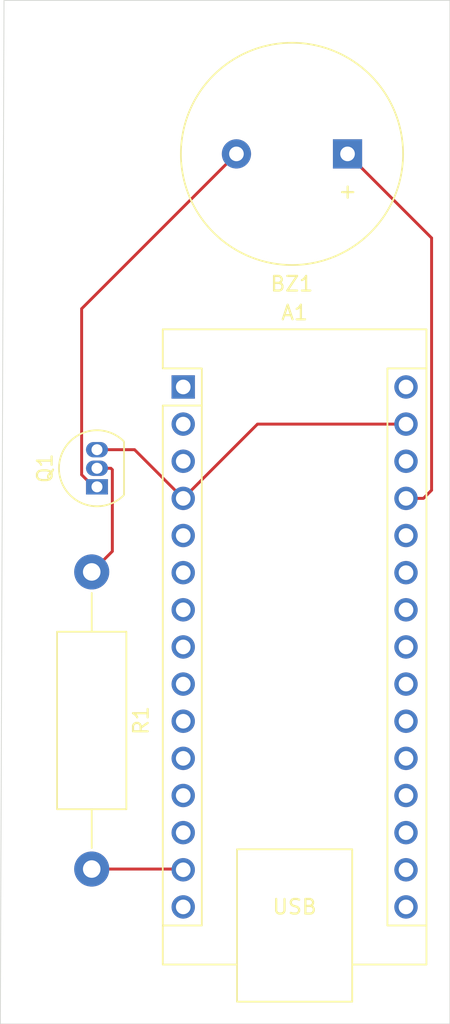
<source format=kicad_pcb>
(kicad_pcb (version 20240108) (generator "pcbnew") (generator_version "8.0")
  (layers (0 "F.Cu" signal) (31 "B.Cu" signal) (34 "B.Paste" user) (35 "F.Paste" user) (36 "B.SilkS" user "B.Silkscreen") (37 "F.SilkS" user "F.Silkscreen") (38 "B.Mask" user) (39 "F.Mask" user) (44 "Edge.Cuts" user))
  (net 0 "")
  (net 5 "TX2")
  (net 6 "GND")
  (net 9 "+3.3V")
  (net 13 "TX3")
  (net 17 "TX1")
  (net 21 "RX1")
  (net 22 "+12V")
  (net 23 "RX3")
  (net 24 "RX2")
  (net 25 "Net-(A1-D11)")
  (net 29 "+5V")
  (net 30 "Net-(BZ1-+)")
  (net 31 "Net-(Q1-B)")
  (footprint "Buzzer_Beeper:Buzzer_15x7.5RM7.6" (layer "F.Cu") (at 145.75 53 180)
    (property "Reference" "BZ1" (at 3.81 -8.89 180) (layer "F.SilkS"))
    (property "Value" "Buzzer")
    (fp_circle (center 3.8 0) (end 11.4 0) (stroke (width 0.12)) (fill none) (layer "F.SilkS"))
    (fp_text user "+" (at -0.01 -2.54 180) (layer "F.SilkS"))
    (pad "1" thru_hole rect (at 0 0 180) (size 2 2) (drill 1) (layers "*.Cu" "*.Mask") (net 29 "+5V"))
    (pad "2" thru_hole circle (at 7.6 0 180) (size 2 2) (drill 1) (layers "*.Cu" "*.Mask") (net 30 "Net-(BZ1-+)"))
  )
  (footprint "Resistor_THT:R_Axial_DIN0414_L11.9mm_D4.5mm_P20.32mm_Horizontal" (layer "F.Cu") (at 128.25 81.59 -90)
    (property "Reference" "R1" (at 10.16 -3.37 90) (layer "F.SilkS"))
    (property "Value" "1kR")
    (fp_line (start 4.09 2.37) (end 16.23 2.37) (stroke (width 0.12)) (layer "F.SilkS"))
    (fp_line (start 16.23 2.37) (end 16.23 -2.37) (stroke (width 0.12)) (layer "F.SilkS"))
    (fp_line (start 1.44 0) (end 4.09 0) (stroke (width 0.12)) (layer "F.SilkS"))
    (fp_line (start 18.88 0) (end 16.23 0) (stroke (width 0.12)) (layer "F.SilkS"))
    (fp_line (start 4.09 -2.37) (end 4.09 2.37) (stroke (width 0.12)) (layer "F.SilkS"))
    (fp_line (start 16.23 -2.37) (end 4.09 -2.37) (stroke (width 0.12)) (layer "F.SilkS"))
    (pad "1" thru_hole circle (at 0 0 270) (size 2.4 2.4) (drill 1.2) (layers "*.Cu" "*.Mask") (net 31 "Net-(Q1-B)"))
    (pad "2" thru_hole oval (at 20.32 0 270) (size 2.4 2.4) (drill 1.2) (layers "*.Cu" "*.Mask") (net 25 "Net-(A1-D11)"))
  )
  (footprint "Package_TO_SOT_THT:TO-92_Inline" (layer "F.Cu") (at 128.61 75.77 90)
    (property "Reference" "Q1" (at 1.27 -3.56 270) (layer "F.SilkS"))
    (property "Value" "NPN")
    (fp_line (start -0.53 1.85) (end 3.07 1.85) (stroke (width 0.12)) (layer "F.SilkS"))
    (fp_arc (start 1.27 -2.6) (mid 3.672087 -0.994977) (end 3.108478 1.838478) (stroke (width 0.12)) (layer "F.SilkS"))
    (fp_arc (start -0.568478 1.838478) (mid -1.132087 -0.994977) (end 1.27 -2.6) (stroke (width 0.12)) (layer "F.SilkS"))
    (pad "1" thru_hole rect (at 0 0 90) (size 1.05 1.5) (drill 0.75) (layers "*.Cu" "*.Mask") (net 30 "Net-(BZ1-+)"))
    (pad "2" thru_hole oval (at 1.27 0 90) (size 1.05 1.5) (drill 0.75) (layers "*.Cu" "*.Mask") (net 31 "Net-(Q1-B)"))
    (pad "3" thru_hole oval (at 2.54 0 90) (size 1.05 1.5) (drill 0.75) (layers "*.Cu" "*.Mask") (net 6 "GND"))
  )
  (footprint "Module:Arduino_Nano" (layer "F.Cu") (at 134.51 68.94)
    (property "Reference" "A1" (at 7.62 -5.08 0) (layer "F.SilkS"))
    (property "Value" "Arduino_Nano_v3.x")
    (fp_line (start -1.4 -3.94) (end -1.4 -1.27) (stroke (width 0.12)) (layer "F.SilkS"))
    (fp_line (start -1.4 1.27) (end -1.4 39.5) (stroke (width 0.12)) (layer "F.SilkS"))
    (fp_line (start -1.4 39.5) (end 3.68 39.5) (stroke (width 0.12)) (layer "F.SilkS"))
    (fp_line (start 1.27 -1.27) (end -1.4 -1.27) (stroke (width 0.12)) (layer "F.SilkS"))
    (fp_line (start 1.27 1.27) (end -1.4 1.27) (stroke (width 0.12)) (layer "F.SilkS"))
    (fp_line (start 1.27 1.27) (end 1.27 -1.27) (stroke (width 0.12)) (layer "F.SilkS"))
    (fp_line (start 1.27 1.27) (end 1.27 36.83) (stroke (width 0.12)) (layer "F.SilkS"))
    (fp_line (start 1.27 36.83) (end -1.4 36.83) (stroke (width 0.12)) (layer "F.SilkS"))
    (fp_line (start 3.68 31.62) (end 11.56 31.62) (stroke (width 0.12)) (layer "F.SilkS"))
    (fp_line (start 3.68 42.04) (end 3.68 31.62) (stroke (width 0.12)) (layer "F.SilkS"))
    (fp_line (start 11.56 31.62) (end 11.56 42.04) (stroke (width 0.12)) (layer "F.SilkS"))
    (fp_line (start 11.56 42.04) (end 3.68 42.04) (stroke (width 0.12)) (layer "F.SilkS"))
    (fp_line (start 13.97 -1.27) (end 13.97 36.83) (stroke (width 0.12)) (layer "F.SilkS"))
    (fp_line (start 13.97 -1.27) (end 16.64 -1.27) (stroke (width 0.12)) (layer "F.SilkS"))
    (fp_line (start 13.97 36.83) (end 16.64 36.83) (stroke (width 0.12)) (layer "F.SilkS"))
    (fp_line (start 16.64 -3.94) (end -1.4 -3.94) (stroke (width 0.12)) (layer "F.SilkS"))
    (fp_line (start 16.64 39.5) (end 11.56 39.5) (stroke (width 0.12)) (layer "F.SilkS"))
    (fp_line (start 16.64 39.5) (end 16.64 -3.94) (stroke (width 0.12)) (layer "F.SilkS"))
    (fp_text user "USB" (at 7.62 35.56 0) (layer "F.SilkS"))
    (pad "1" thru_hole rect (at 0 0) (size 1.6 1.6) (drill 1) (layers "*.Cu" "*.Mask"))
    (pad "2" thru_hole oval (at 0 2.54) (size 1.6 1.6) (drill 1) (layers "*.Cu" "*.Mask"))
    (pad "3" thru_hole oval (at 0 5.08) (size 1.6 1.6) (drill 1) (layers "*.Cu" "*.Mask"))
    (pad "4" thru_hole oval (at 0 7.62) (size 1.6 1.6) (drill 1) (layers "*.Cu" "*.Mask") (net 6 "GND"))
    (pad "5" thru_hole oval (at 0 10.16) (size 1.6 1.6) (drill 1) (layers "*.Cu" "*.Mask") (net 23 "RX3"))
    (pad "6" thru_hole oval (at 0 12.7) (size 1.6 1.6) (drill 1) (layers "*.Cu" "*.Mask") (net 17 "TX1"))
    (pad "7" thru_hole oval (at 0 15.24) (size 1.6 1.6) (drill 1) (layers "*.Cu" "*.Mask"))
    (pad "8" thru_hole oval (at 0 17.78) (size 1.6 1.6) (drill 1) (layers "*.Cu" "*.Mask"))
    (pad "9" thru_hole oval (at 0 20.32) (size 1.6 1.6) (drill 1) (layers "*.Cu" "*.Mask") (net 21 "RX1"))
    (pad "10" thru_hole oval (at 0 22.86) (size 1.6 1.6) (drill 1) (layers "*.Cu" "*.Mask") (net 13 "TX3"))
    (pad "11" thru_hole oval (at 0 25.4) (size 1.6 1.6) (drill 1) (layers "*.Cu" "*.Mask"))
    (pad "12" thru_hole oval (at 0 27.94) (size 1.6 1.6) (drill 1) (layers "*.Cu" "*.Mask") (net 24 "RX2"))
    (pad "13" thru_hole oval (at 0 30.48) (size 1.6 1.6) (drill 1) (layers "*.Cu" "*.Mask") (net 5 "TX2"))
    (pad "14" thru_hole oval (at 0 33.02) (size 1.6 1.6) (drill 1) (layers "*.Cu" "*.Mask") (net 25 "Net-(A1-D11)"))
    (pad "15" thru_hole oval (at 0 35.56) (size 1.6 1.6) (drill 1) (layers "*.Cu" "*.Mask"))
    (pad "16" thru_hole oval (at 15.24 35.56) (size 1.6 1.6) (drill 1) (layers "*.Cu" "*.Mask"))
    (pad "17" thru_hole oval (at 15.24 33.02) (size 1.6 1.6) (drill 1) (layers "*.Cu" "*.Mask") (net 9 "+3.3V"))
    (pad "18" thru_hole oval (at 15.24 30.48) (size 1.6 1.6) (drill 1) (layers "*.Cu" "*.Mask"))
    (pad "19" thru_hole oval (at 15.24 27.94) (size 1.6 1.6) (drill 1) (layers "*.Cu" "*.Mask"))
    (pad "20" thru_hole oval (at 15.24 25.4) (size 1.6 1.6) (drill 1) (layers "*.Cu" "*.Mask"))
    (pad "21" thru_hole oval (at 15.24 22.86) (size 1.6 1.6) (drill 1) (layers "*.Cu" "*.Mask"))
    (pad "22" thru_hole oval (at 15.24 20.32) (size 1.6 1.6) (drill 1) (layers "*.Cu" "*.Mask"))
    (pad "23" thru_hole oval (at 15.24 17.78) (size 1.6 1.6) (drill 1) (layers "*.Cu" "*.Mask"))
    (pad "24" thru_hole oval (at 15.24 15.24) (size 1.6 1.6) (drill 1) (layers "*.Cu" "*.Mask"))
    (pad "25" thru_hole oval (at 15.24 12.7) (size 1.6 1.6) (drill 1) (layers "*.Cu" "*.Mask"))
    (pad "26" thru_hole oval (at 15.24 10.16) (size 1.6 1.6) (drill 1) (layers "*.Cu" "*.Mask"))
    (pad "27" thru_hole oval (at 15.24 7.62) (size 1.6 1.6) (drill 1) (layers "*.Cu" "*.Mask") (net 29 "+5V"))
    (pad "28" thru_hole oval (at 15.24 5.08) (size 1.6 1.6) (drill 1) (layers "*.Cu" "*.Mask"))
    (pad "29" thru_hole oval (at 15.24 2.54) (size 1.6 1.6) (drill 1) (layers "*.Cu" "*.Mask") (net 6 "GND"))
    (pad "30" thru_hole oval (at 15.24 0) (size 1.6 1.6) (drill 1) (layers "*.Cu" "*.Mask") (net 22 "+12V"))
  )
  (gr_poly (pts (xy 152.75 112.5) (xy 152.75 42.5) (xy 122.25 42.5) (xy 122 112.5)) (stroke (width 0.05)) (fill none) (layer "Edge.Cuts"))
  (segment (start 149.75 71.48) (end 139.59 71.48) (width 0.2) (layer "F.Cu") (net 6))
  (segment (start 139.59 71.48) (end 134.51 76.56) (width 0.2) (layer "F.Cu") (net 6))
  (segment (start 134.51 76.56) (end 131.18 73.23) (width 0.2) (layer "F.Cu") (net 6))
  (segment (start 131.18 73.23) (end 128.61 73.23) (width 0.2) (layer "F.Cu") (net 6))
  (segment (start 134.46 101.91) (end 134.51 101.96) (width 0.2) (layer "F.Cu") (net 25))
  (segment (start 128.25 101.91) (end 134.46 101.91) (width 0.2) (layer "F.Cu") (net 25))
  (segment (start 149.75 76.56) (end 150.94 76.56) (width 0.2) (layer "F.Cu") (net 29))
  (segment (start 151.5 76) (end 151.5 58.75) (width 0.2) (layer "F.Cu") (net 29))
  (segment (start 150.94 76.56) (end 151.5 76) (width 0.2) (layer "F.Cu") (net 29))
  (segment (start 151.5 58.75) (end 145.75 53) (width 0.2) (layer "F.Cu") (net 29))
  (segment (start 128.385 75.77) (end 128.61 75.77) (width 0.2) (layer "F.Cu") (net 30))
  (segment (start 138.15 53) (end 127.56 63.59) (width 0.2) (layer "F.Cu") (net 30))
  (segment (start 127.56 74.945) (end 128.385 75.77) (width 0.2) (layer "F.Cu") (net 30))
  (segment (start 127.56 63.59) (end 127.56 74.945) (width 0.2) (layer "F.Cu") (net 30))
  (segment (start 128.61 74.5) (end 129.56 74.5) (width 0.2) (layer "F.Cu") (net 31))
  (segment (start 129.66 80.18) (end 128.25 81.59) (width 0.2) (layer "F.Cu") (net 31))
  (segment (start 129.56 74.5) (end 129.66 74.6) (width 0.2) (layer "F.Cu") (net 31))
  (segment (start 129.66 74.6) (end 129.66 80.18) (width 0.2) (layer "F.Cu") (net 31))
)
</source>
